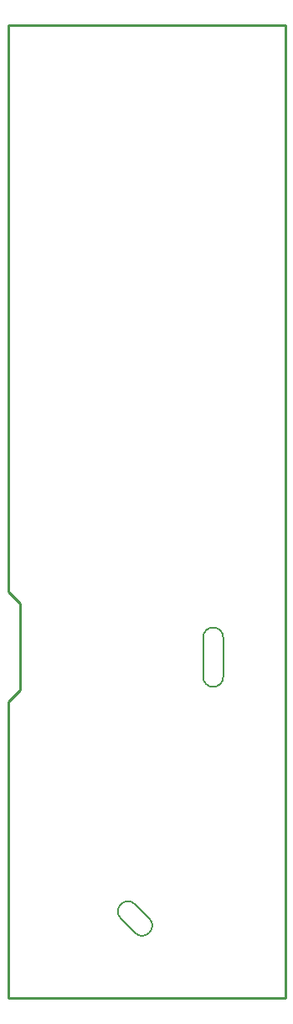
<source format=gbr>
G04 #@! TF.GenerationSoftware,KiCad,Pcbnew,5.1.6-c6e7f7d~87~ubuntu18.04.1*
G04 #@! TF.CreationDate,2022-05-31T16:19:01+03:00*
G04 #@! TF.ProjectId,ESP32-PoE-ISO_Rev_J,45535033-322d-4506-9f45-2d49534f5f52,J*
G04 #@! TF.SameCoordinates,Original*
G04 #@! TF.FileFunction,Profile,NP*
%FSLAX46Y46*%
G04 Gerber Fmt 4.6, Leading zero omitted, Abs format (unit mm)*
G04 Created by KiCad (PCBNEW 5.1.6-c6e7f7d~87~ubuntu18.04.1) date 2022-05-31 16:19:01*
%MOMM*%
%LPD*%
G01*
G04 APERTURE LIST*
G04 #@! TA.AperFunction,Profile*
%ADD10C,0.150000*%
G04 #@! TD*
G04 #@! TA.AperFunction,Profile*
%ADD11C,0.254000*%
G04 #@! TD*
G04 APERTURE END LIST*
D10*
X111887000Y-155702000D02*
X111887000Y-151765000D01*
X109855000Y-155702000D02*
X109854991Y-151765000D01*
X111887000Y-155702000D02*
G75*
G02*
X109855000Y-155702000I-1016000J0D01*
G01*
X109854991Y-151765000D02*
G75*
G02*
X111887009Y-151765000I1016009J0D01*
G01*
X104412050Y-180095025D02*
X102975217Y-178658179D01*
X102975212Y-181531865D02*
X101538369Y-180095027D01*
X104412048Y-180095025D02*
G75*
G02*
X102975212Y-181531865I-718418J-718420D01*
G01*
X101538363Y-180095033D02*
G75*
G02*
X102975217Y-178658179I718427J718427D01*
G01*
D11*
X90150000Y-158200000D02*
X91350000Y-157000000D01*
X90150000Y-188150000D02*
X90150000Y-158200000D01*
X91350000Y-148300000D02*
X91350000Y-157000000D01*
X90150000Y-147100000D02*
X91350000Y-148300000D01*
X90150000Y-147100000D02*
X90150000Y-90000000D01*
X90150000Y-188150000D02*
X118150000Y-188150000D01*
X90150000Y-90000000D02*
X118150000Y-90000000D01*
X118150000Y-188150000D02*
X118150000Y-90000000D01*
M02*

</source>
